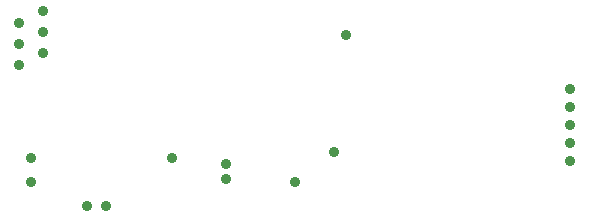
<source format=gbp>
G04*
G04 #@! TF.GenerationSoftware,Altium Limited,Altium Designer,19.1.5 (86)*
G04*
G04 Layer_Color=128*
%FSLAX25Y25*%
%MOIN*%
G70*
G01*
G75*
%ADD114C,0.03537*%
D114*
X129000Y154000D02*
D03*
X187000Y195000D02*
D03*
X147000Y152000D02*
D03*
X82000Y154000D02*
D03*
X147000Y146800D02*
D03*
X82000Y146000D02*
D03*
X261500Y165000D02*
D03*
Y171000D02*
D03*
Y177000D02*
D03*
Y153000D02*
D03*
X78000Y199000D02*
D03*
X86000Y203000D02*
D03*
X100500Y138000D02*
D03*
X107000D02*
D03*
X78000Y185000D02*
D03*
X86000Y189000D02*
D03*
X78000Y192000D02*
D03*
X86000Y196000D02*
D03*
X170000Y146000D02*
D03*
X261500Y159000D02*
D03*
X183000Y156000D02*
D03*
M02*

</source>
